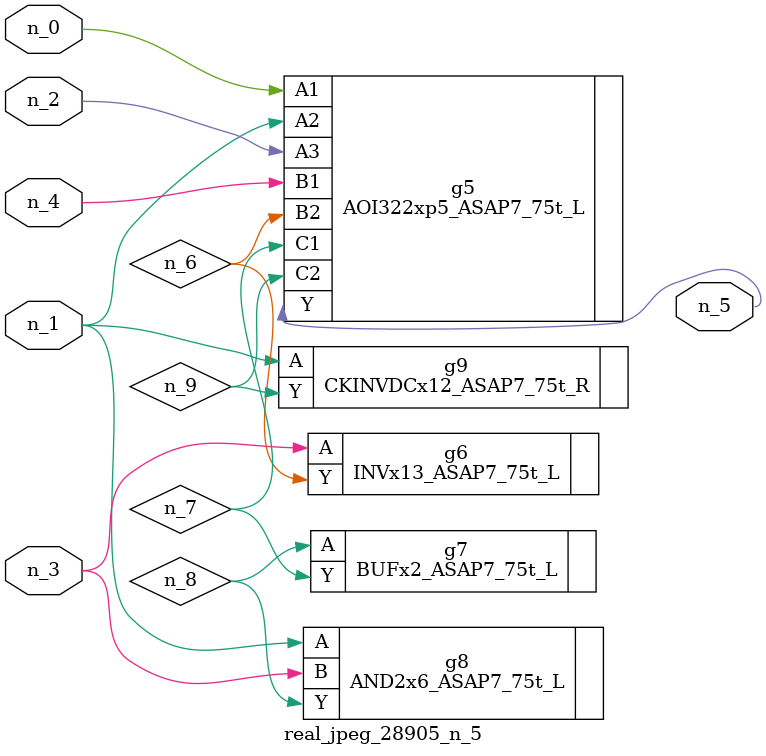
<source format=v>
module real_jpeg_28905_n_5 (n_4, n_0, n_1, n_2, n_3, n_5);

input n_4;
input n_0;
input n_1;
input n_2;
input n_3;

output n_5;

wire n_8;
wire n_6;
wire n_7;
wire n_9;

AOI322xp5_ASAP7_75t_L g5 ( 
.A1(n_0),
.A2(n_1),
.A3(n_2),
.B1(n_4),
.B2(n_6),
.C1(n_7),
.C2(n_9),
.Y(n_5)
);

AND2x6_ASAP7_75t_L g8 ( 
.A(n_1),
.B(n_3),
.Y(n_8)
);

CKINVDCx12_ASAP7_75t_R g9 ( 
.A(n_1),
.Y(n_9)
);

INVx13_ASAP7_75t_L g6 ( 
.A(n_3),
.Y(n_6)
);

BUFx2_ASAP7_75t_L g7 ( 
.A(n_8),
.Y(n_7)
);


endmodule
</source>
